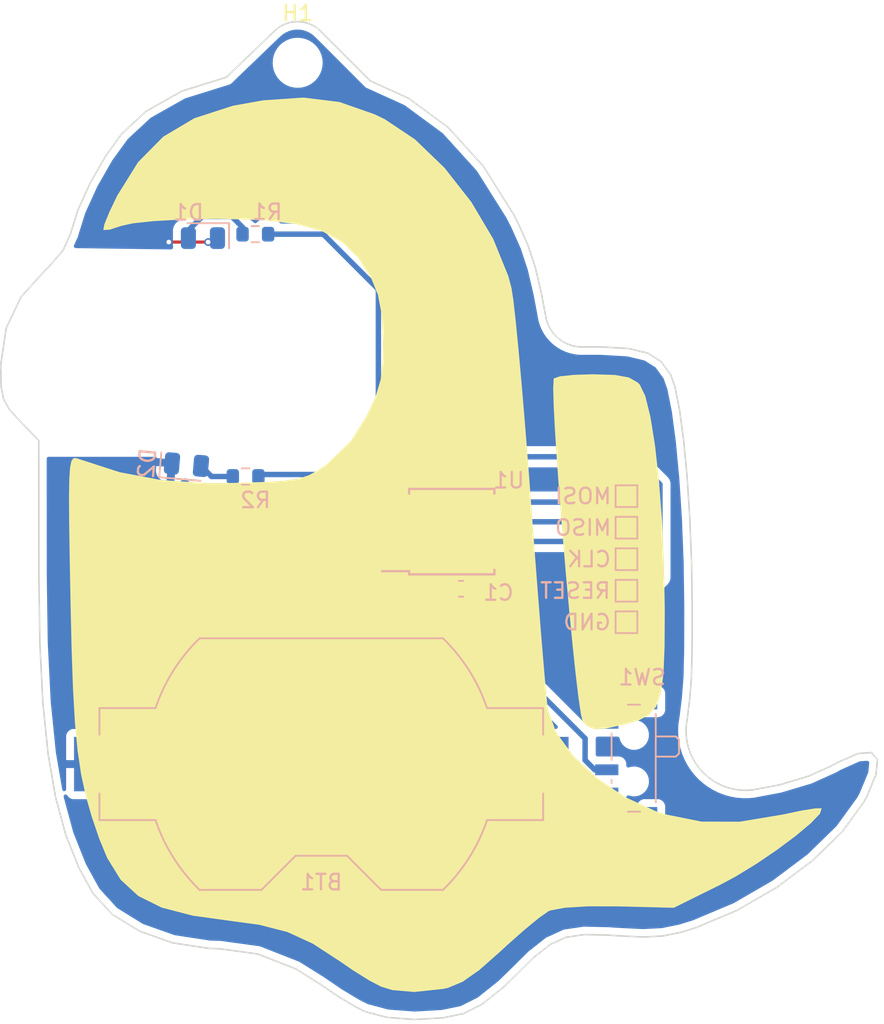
<source format=kicad_pcb>
(kicad_pcb (version 20211014) (generator pcbnew)
  (title_block (title "ghost-julialabs") (date "2022-08-24") (rev "1.0"))
  (layers (0 "F.Cu" signal) (31 "B.Cu" signal) (34 "B.Paste" user) (35 "F.Paste" user) (36 "B.SilkS" user "B.Silkscreen") (37 "F.SilkS" user "F.Silkscreen") (38 "B.Mask" user) (39 "F.Mask" user) (44 "Edge.Cuts" user))
  (net 0 "")
  (net 1 "+3V0")
  (net 2 "GND")
  (net 3 "Net-(D1-Pad2)")
  (net 4 "Net-(D2-Pad2)")
  (net 5 "LED1")
  (net 6 "LED2")
  (net 7 "CLK")
  (net 8 "MISO")
  (net 9 "MOSI")
  (net 10 "RESET")
  (net 11 "Net-(BT1-Pad1)")
  (footprint "MountingHole:MountingHole_2.2mm_M2" (layer "F.Cu") (at 141.665125 73.025)
    (fp_text reference "H1" (at 0 -3.2) (layer "F.SilkS"))
    (fp_text value "MountingHole")
    (pad "" np_thru_hole circle (at 0 0) (size 2.2 2.2) (drill 2.2) (layers *.Cu *.Mask))
  )
  (footprint "ghost:ghost" (layer "F.Cu") (at 151.952125 104.394)
    (fp_text reference "G***" hide)
    (fp_text value "LOGO" hide)
    (fp_poly (pts (xy 10.187501 -11.244295) (xy 11.076973 -11.082425) (xy 11.643106 -10.761149) (xy 11.784139 -10.620809) (xy 12.138575 -9.883982) (xy 12.469701 -8.540154) (xy 12.766621 -6.687775) (xy 13.01844 -4.425291) (xy 13.214261 -1.851149) (xy 13.343188 0.936204) (xy 13.394326 3.83832) (xy 13.394551 3.929668) (xy 13.381966 6.284213) (xy 13.309249 8.035245) (xy 13.140054 9.284404) (xy 12.838035 10.133331) (xy 12.366845 10.683668) (xy 11.690139 11.037056) (xy 10.771569 11.295135) (xy 10.759722 11.297884) (xy 9.577782 11.547446) (xy 8.86998 11.596729) (xy 8.429692 11.430846) (xy 8.10927 11.106936) (xy 7.989151 10.653875) (xy 7.831919 9.603138) (xy 7.646564 8.061097) (xy 7.442076 6.134124) (xy 7.227445 3.928591) (xy 7.011659 1.55087) (xy 6.803709 -0.892666) (xy 6.612583 -3.295647) (xy 6.447271 -5.5517) (xy 6.316763 -7.554453) (xy 6.230049 -9.197534) (xy 6.196117 -10.374571) (xy 6.223957 -10.979193) (xy 6.238959 -11.024305) (xy 6.642618 -11.157355) (xy 7.554661 -11.25237) (xy 8.778137 -11.288887) (xy 8.785588 -11.288888)) (layer "F.SilkS") (width 0) (fill solid))
    (fp_poly (pts (xy -7.595253 -28.842968) (xy -5.335561 -28.0549) (xy -4.666714 -27.732789) (xy -2.709011 -26.425622) (xy -0.804322 -24.588561) (xy 0.918621 -22.393191) (xy 2.331087 -20.011099) (xy 3.304348 -17.613871) (xy 3.510738 -16.832979) (xy 3.624242 -16.091211) (xy 3.777079 -14.741207) (xy 3.96053 -12.878648) (xy 4.165875 -10.599214) (xy 4.384396 -7.998588) (xy 4.607374 -5.172451) (xy 4.762693 -3.094055) (xy 4.978483 -0.182503) (xy 5.187769 2.557151) (xy 5.382981 5.031991) (xy 5.556545 7.149101) (xy 5.700891 8.815564) (xy 5.808445 9.938466) (xy 5.859087 10.359718) (xy 6.400904 11.818767) (xy 7.499691 13.317852) (xy 9.024494 14.74026) (xy 10.84436 15.96928) (xy 12.828336 16.888199) (xy 13.391297 17.072807) (xy 15.760276 17.548899) (xy 18.224454 17.556011) (xy 20.999933 17.094699) (xy 21.009859 17.092399) (xy 22.207425 16.839335) (xy 23.104852 16.695975) (xy 23.512492 16.692436) (xy 23.514941 16.694571) (xy 23.408387 17.037637) (xy 22.816942 17.655919) (xy 21.859525 18.459641) (xy 20.655057 19.359028) (xy 19.322459 20.264303) (xy 17.980651 21.085692) (xy 17.001519 21.61169) (xy 13.980025 23.106945) (xy 10.321537 23.016969) (xy 8.411671 23.01485) (xy 6.935986 23.105464) (xy 6.014004 23.280277) (xy 5.889163 23.333411) (xy 5.287613 23.753613) (xy 4.346817 24.526041) (xy 3.233622 25.511312) (xy 2.785137 25.926573) (xy 1.421994 27.129344) (xy 0.350339 27.877212) (xy -0.578254 28.266893) (xy -0.91903 28.340277) (xy -2.764054 28.535301) (xy -4.187067 28.41244) (xy -4.913031 28.18817) (xy -5.664181 27.796962) (xy -6.712742 27.142772) (xy -7.532505 26.579194) (xy -9.305037 25.424624) (xy -10.945387 24.671089) (xy -12.751869 24.206777) (xy -14.490841 23.971125) (xy -17.070821 23.613443) (xy -19.060427 23.094266) (xy -20.568528 22.346263) (xy -21.703991 21.302102) (xy -22.575687 19.894454) (xy -23.088233 18.653985) (xy -23.572544 17.232096) (xy -23.957893 15.885569) (xy -24.257726 14.502436) (xy -24.485491 12.97073) (xy -24.654638 11.178481) (xy -24.778613 9.013723) (xy -24.870865 6.364487) (xy -24.943058 3.210609) (xy -24.995741 0.410846) (xy -25.028715 -1.760338) (xy -25.037957 -3.379745) (xy -25.019445 -4.524177) (xy -24.969156 -5.270435) (xy -24.883069 -5.695323) (xy -24.757159 -5.875641) (xy -24.587406 -5.888193) (xy -24.468541 -5.849355) (xy -21.778559 -4.97753) (xy -19.059361 -4.464153) (xy -16.063978 -4.271388) (xy -14.268283 -4.286609) (xy -12.435814 -4.346989) (xy -11.148459 -4.427216) (xy -10.245895 -4.560012) (xy -9.567796 -4.7781) (xy -8.95384 -5.114204) (xy -8.412961 -5.481722) (xy -6.839028 -7.010762) (xy -5.8299 -8.622703) (xy -5.251355 -9.867361) (xy -4.93167 -10.952842) (xy -4.801307 -12.195379) (xy -4.785671 -13.371536) (xy -4.865355 -15.124209) (xy -5.113336 -16.429245) (xy -5.537241 -17.4625) (xy -6.381878 -18.790631) (xy -7.41081 -19.795188) (xy -8.722305 -20.512708) (xy -10.414632 -20.979728) (xy -12.58606 -21.232786) (xy -15.334857 -21.308419) (xy -15.875 -21.306196) (xy -17.858473 -21.260052) (xy -19.584109 -21.161334) (xy -20.902065 -21.021727) (xy -21.656565 -20.855353) (xy -22.409445 -20.609719) (xy -22.821495 -20.587812) (xy -22.826192 -20.591932) (xy -22.755939 -20.957265) (xy -22.42591 -21.767211) (xy -21.92726 -22.806663) (xy -20.582279 -24.9648) (xy -18.95989 -26.604923) (xy -16.958158 -27.793699) (xy -14.475149 -28.597796) (xy -12.536758 -28.948273) (xy -9.91116 -29.12771)) (layer "F.SilkS") (width 0) (fill solid))
    (fp_line (start 13.774741 -11.25823) (end 13.157416 -12.104945) (layer "Edge.Cuts") (width 0.1))
    (fp_line (start -28.12698 -16.279108) (end -29.081388 -14.283903) (layer "Edge.Cuts") (width 0.1))
    (fp_line (start -23.498104 22.164201) (end -22.258888 23.520208) (layer "Edge.Cuts") (width 0.1))
    (fp_line (start -29.254125 -9.668188) (end -28.858604 -8.994257) (layer "Edge.Cuts") (width 0.1))
    (fp_line (start -28.222223 -8.290846) (end -26.9875 -7.015717) (layer "Edge.Cuts") (width 0.1))
    (fp_line (start 5.431738 -16.520434) (end 5.041035 -18.184044) (layer "Edge.Cuts") (width 0.1))
    (fp_line (start 14.348686 -8.987648) (end 14.054332 -10.458197) (layer "Edge.Cuts") (width 0.1))
    (fp_line (start 4.574807 -19.588528) (end 3.966066 -20.955887) (layer "Edge.Cuts") (width 0.1))
    (fp_line (start -25.414613 -19.28756) (end -26.351362 -18.198068) (layer "Edge.Cuts") (width 0.1))
    (fp_line (start 6.003298 25.471907) (end 7.027455 25.005805) (layer "Edge.Cuts") (width 0.1))
    (fp_line (start -26.725093 9.851945) (end -26.390165 13.157055) (layer "Edge.Cuts") (width 0.1))
    (fp_line (start 3.617466 27.613166) (end 4.934764 26.313471) (layer "Edge.Cuts") (width 0.1))
    (fp_line (start 5.7 -15.1) (end 5.431738 -16.520434) (layer "Edge.Cuts") (width 0.1))
    (fp_line (start 22.943654 20.048714) (end 24.862385 18.175431) (layer "Edge.Cuts") (width 0.1))
    (fp_line (start -26.98199 1.519225) (end -26.918264 5.996988) (layer "Edge.Cuts") (width 0.1))
    (fp_line (start 18.07302 23.263315) (end 20.633282 21.780866) (layer "Edge.Cuts") (width 0.1))
    (fp_line (start 15.112782 8.263742) (end 15.157013 6.33626) (layer "Edge.Cuts") (width 0.1))
    (fp_line (start -25.901168 15.985278) (end -25.24579 18.409573) (layer "Edge.Cuts") (width 0.1))
    (fp_line (start -26.918264 5.996988) (end -26.725093 9.851945) (layer "Edge.Cuts") (width 0.1))
    (fp_line (start -23.661645 -23.631784) (end -24.463003 -21.875582) (layer "Edge.Cuts") (width 0.1))
    (fp_line (start 3.966066 -20.955887) (end 3.629532 -21.614922) (layer "Edge.Cuts") (width 0.1))
    (fp_line (start 13.157416 -12.104945) (end 12.296749 -12.650849) (layer "Edge.Cuts") (width 0.1))
    (fp_line (start 26.717762 13.09919) (end 25.843717 13.163242) (layer "Edge.Cuts") (width 0.1))
    (fp_line (start -15.313707 25.748591) (end -12.854117 26.086963) (layer "Edge.Cuts") (width 0.1))
    (fp_line (start -26.390165 13.157055) (end -25.901168 15.985278) (layer "Edge.Cuts") (width 0.1))
    (fp_line (start -21.632788 -26.78915) (end -22.671787 -25.360328) (layer "Edge.Cuts") (width 0.1))
    (fp_line (start 25.843717 13.163242) (end 24.507767 13.75737) (layer "Edge.Cuts") (width 0.1))
    (fp_line (start -8.871293 28.007774) (end -7.704426 28.803625) (layer "Edge.Cuts") (width 0.1))
    (fp_line (start -4.532267 30.171456) (end -2.752576 30.30871) (layer "Edge.Cuts") (width 0.1))
    (fp_line (start -17.750431 -29.546293) (end -20.072235 -28.237491) (layer "Edge.Cuts") (width 0.1))
    (fp_line (start -24.411719 20.502898) (end -23.498104 22.164201) (layer "Edge.Cuts") (width 0.1))
    (fp_line (start 14.997331 9.691684) (end 15.112782 8.263742) (layer "Edge.Cuts") (width 0.1))
    (fp_line (start 7.027455 25.005805) (end 8.211625 24.832501) (layer "Edge.Cuts") (width 0.1))
    (fp_line (start -15.990614 25.728186) (end -15.313707 25.748591) (layer "Edge.Cuts") (width 0.1))
    (fp_line (start -29.434326 -11.957739) (end -29.43798 -11.750349) (layer "Edge.Cuts") (width 0.1))
    (fp_line (start 26.247721 16.269588) (end 26.419734 15.950661) (layer "Edge.Cuts") (width 0.1))
    (fp_line (start 15.157013 6.33626) (end 15.162651 3.807897) (layer "Edge.Cuts") (width 0.1))
    (fp_line (start 24.216217 13.923521) (end 22.691318 14.612437) (layer "Edge.Cuts") (width 0.1))
    (fp_line (start 15.162651 3.807897) (end 15.162557 3.713866) (layer "Edge.Cuts") (width 0.1))
    (fp_line (start -28.858604 -8.994257) (end -28.222223 -8.290846) (layer "Edge.Cuts") (width 0.1))
    (fp_line (start 27.115029 13.55153) (end 26.717762 13.09919) (layer "Edge.Cuts") (width 0.1))
    (fp_line (start -2.752576 30.30871) (end -0.916261 30.200808) (layer "Edge.Cuts") (width 0.1))
    (fp_line (start -10.414145 27.043903) (end -8.871293 28.007774) (layer "Edge.Cuts") (width 0.1))
    (fp_line (start 10.306963 24.907532) (end 11.988078 24.991188) (layer "Edge.Cuts") (width 0.1))
    (fp_line (start 14.054332 -10.458197) (end 13.774741 -11.25823) (layer "Edge.Cuts") (width 0.1))
    (fp_line (start -18.354207 25.368303) (end -15.990614 25.728186) (layer "Edge.Cuts") (width 0.1))
    (fp_line (start -24.936504 -20.363788) (end -24.944397 -20.323971) (layer "Edge.Cuts") (width 0.1))
    (fp_line (start -26.525457 -18.041956) (end -28.12698 -16.279108) (layer "Edge.Cuts") (width 0.1))
    (fp_line (start 0.401537 29.929823) (end 1.611872 29.320807) (layer "Edge.Cuts") (width 0.1))
    (fp_line (start 20.633282 21.780866) (end 22.943654 20.048714) (layer "Edge.Cuts") (width 0.1))
    (fp_line (start 3.629532 -21.614922) (end 1.681013 -24.710627) (layer "Edge.Cuts") (width 0.1))
    (fp_line (start 20.78348 15.18435) (end 19.1 15.499999) (layer "Edge.Cuts") (width 0.1))
    (fp_line (start 24.507767 13.75737) (end 24.216217 13.923521) (layer "Edge.Cuts") (width 0.1))
    (fp_line (start 27.020643 14.506581) (end 27.115029 13.55153) (layer "Edge.Cuts") (width 0.1))
    (fp_line (start 15.008715 -2.003598) (end 14.83591 -4.652125) (layer "Edge.Cuts") (width 0.1))
    (fp_line (start -22.258888 23.520208) (end -20.493944 24.610276) (layer "Edge.Cuts") (width 0.1))
    (fp_line (start 14.83708 10.971693) (end 14.997331 9.691684) (layer "Edge.Cuts") (width 0.1))
    (fp_line (start 5.041035 -18.184044) (end 4.574807 -19.588528) (layer "Edge.Cuts") (width 0.1))
    (fp_line (start 4.934764 26.313471) (end 6.003298 25.471907) (layer "Edge.Cuts") (width 0.1))
    (fp_line (start 3.010859 28.205605) (end 3.617466 27.613166) (layer "Edge.Cuts") (width 0.1))
    (fp_line (start 14.83591 -4.652125) (end 14.612556 -7.016216) (layer "Edge.Cuts") (width 0.1))
    (fp_line (start -14.883015 -30.439293) (end -11.8 -33.4) (layer "Edge.Cuts") (width 0.1))
    (fp_line (start -0.916261 30.200808) (end 0.401537 29.929823) (layer "Edge.Cuts") (width 0.1))
    (fp_line (start 15.120942 0.82114) (end 15.008715 -2.003598) (layer "Edge.Cuts") (width 0.1))
    (fp_line (start -6.555011 29.491311) (end -5.950532 29.795493) (layer "Edge.Cuts") (width 0.1))
    (fp_line (start 11.050574 -12.948639) (end 9.276722 -13.051011) (layer "Edge.Cuts") (width 0.1))
    (fp_line (start 9.760194 24.869325) (end 10.306963 24.907532) (layer "Edge.Cuts") (width 0.1))
    (fp_line (start -29.43798 -11.750349) (end -29.414947 -10.494964) (layer "Edge.Cuts") (width 0.1))
    (fp_line (start 15.404621 24.387487) (end 18.07302 23.263315) (layer "Edge.Cuts") (width 0.1))
    (fp_line (start 14.475305 24.678095) (end 15.404621 24.387487) (layer "Edge.Cuts") (width 0.1))
    (fp_line (start -25.24579 18.409573) (end -24.411719 20.502898) (layer "Edge.Cuts") (width 0.1))
    (fp_line (start -5.6 -30.200001) (end -8.8 -33.4) (layer "Edge.Cuts") (width 0.1))
    (fp_line (start 22.691318 14.612437) (end 20.78348 15.18435) (layer "Edge.Cuts") (width 0.1))
    (fp_line (start -3.13581 -29.083212) (end -5.6 -30.200001) (layer "Edge.Cuts") (width 0.1))
    (fp_line (start 26.419734 15.950661) (end 27.020643 14.506581) (layer "Edge.Cuts") (width 0.1))
    (fp_line (start 9.276722 -13.051011) (end 8.166661 -13.052777) (layer "Edge.Cuts") (width 0.1))
    (fp_line (start 1.611872 29.320807) (end 3.010859 28.205605) (layer "Edge.Cuts") (width 0.1))
    (fp_line (start 8.211625 24.832501) (end 9.760194 24.869325) (layer "Edge.Cuts") (width 0.1))
    (fp_line (start 14.612556 -7.016216) (end 14.348686 -8.987648) (layer "Edge.Cuts") (width 0.1))
    (fp_line (start 24.862385 18.175431) (end 26.247721 16.269588) (layer "Edge.Cuts") (width 0.1))
    (fp_line (start -22.671787 -25.360328) (end -23.661645 -23.631784) (layer "Edge.Cuts") (width 0.1))
    (fp_line (start -24.944397 -20.323971) (end -25.414613 -19.28756) (layer "Edge.Cuts") (width 0.1))
    (fp_line (start -26.9875 -7.015717) (end -26.98199 1.519225) (layer "Edge.Cuts") (width 0.1))
    (fp_line (start 15.162557 3.713866) (end 15.120942 0.82114) (layer "Edge.Cuts") (width 0.1))
    (fp_line (start -20.072235 -28.237491) (end -21.632788 -26.78915) (layer "Edge.Cuts") (width 0.1))
    (fp_line (start -29.081388 -14.283903) (end -29.434326 -11.957739) (layer "Edge.Cuts") (width 0.1))
    (fp_line (start -14.883015 -30.439293) (end -17.750431 -29.546293) (layer "Edge.Cuts") (width 0.1))
    (fp_line (start 13.276578 24.925007) (end 14.475305 24.678095) (layer "Edge.Cuts") (width 0.1))
    (fp_line (start 12.296749 -12.650849) (end 11.050574 -12.948639) (layer "Edge.Cuts") (width 0.1))
    (fp_line (start -29.414947 -10.494964) (end -29.254125 -9.668188) (layer "Edge.Cuts") (width 0.1))
    (fp_line (start -20.493944 24.610276) (end -18.354207 25.368303) (layer "Edge.Cuts") (width 0.1))
    (fp_line (start 11.988078 24.991188) (end 13.276578 24.925007) (layer "Edge.Cuts") (width 0.1))
    (fp_line (start -5.950532 29.795493) (end -4.532267 30.171456) (layer "Edge.Cuts") (width 0.1))
    (fp_line (start -0.58316 -27.205648) (end -3.13581 -29.083212) (layer "Edge.Cuts") (width 0.1))
    (fp_line (start -24.463003 -21.875582) (end -24.936504 -20.363788) (layer "Edge.Cuts") (width 0.1))
    (fp_line (start 1.681013 -24.710627) (end -0.58316 -27.205648) (layer "Edge.Cuts") (width 0.1))
    (fp_line (start -12.854117 26.086963) (end -10.414145 27.043903) (layer "Edge.Cuts") (width 0.1))
    (fp_line (start -26.351362 -18.198068) (end -26.525457 -18.041956) (layer "Edge.Cuts") (width 0.1))
    (fp_line (start -7.704426 28.803625) (end -6.555011 29.491311) (layer "Edge.Cuts") (width 0.1))
    (fp_arc (start -11.8 -33.4) (mid -10.3 -34.02132) (end -8.8 -33.4) (layer "Edge.Cuts") (width 0.1))
    (fp_arc (start 19.1 15.499999) (mid 15.80992 14.326569) (end 14.83708 10.971693) (layer "Edge.Cuts") (width 0.1))
    (fp_arc (start 8.166661 -13.052777) (mid 6.536818 -13.598638) (end 5.7 -15.1) (layer "Edge.Cuts") (width 0.1))
  )
  (footprint "LED_SMD:LED_0805_2012Metric" (layer "B.Cu") (at 135.553625 84.328 180)
    (fp_text reference "D1" (at 0.933625 1.651) (layer "B.SilkS") (effects (justify mirror)))
    (fp_text value "LED")
    (fp_line (start 1 0.96) (end -1.685 0.96) (layer "B.SilkS") (width 0.12))
    (fp_line (start -1.685 0.96) (end -1.685 -0.65) (layer "B.SilkS") (width 0.12))
    (pad "1" smd roundrect (at -0.9375 0 180) (size 0.975 1.4) (layers "B.Cu" "B.Paste" "B.Mask") (net 2 "GND"))
    (pad "2" smd roundrect (at 0.9375 0 180) (size 0.975 1.4) (layers "B.Cu" "B.Paste" "B.Mask") (net 3 "Net-(D1-Pad2)"))
  )
  (footprint "TestPoint:TestPoint_Pad_1.0x1.0mm" (layer "B.Cu") (at 162.874125 107.061 180)
    (fp_text reference "TP4" hide)
    (fp_text value "RESET" (at 3.302 0) (layer "B.SilkS") (effects (justify mirror)))
    (fp_line (start -0.7 0.7) (end 0.7 0.7) (layer "B.SilkS") (width 0.12))
    (fp_line (start 0.7 -0.7) (end -0.7 -0.7) (layer "B.SilkS") (width 0.12))
    (fp_line (start 0.7 0.7) (end 0.7 -0.7) (layer "B.SilkS") (width 0.12))
    (fp_line (start -0.7 -0.7) (end -0.7 0.7) (layer "B.SilkS") (width 0.12))
    (pad "1" smd rect (at 0 0 180) (size 1 1) (layers "B.Cu" "B.Mask") (net 10 "RESET"))
  )
  (footprint "TestPoint:TestPoint_Pad_1.0x1.0mm" (layer "B.Cu") (at 162.874125 102.997 180)
    (fp_text reference "TP2" hide)
    (fp_text value "MISO" (at 2.794 0) (layer "B.SilkS") (effects (justify mirror)))
    (fp_line (start 0.7 0.7) (end 0.7 -0.7) (layer "B.SilkS") (width 0.12))
    (fp_line (start -0.7 -0.7) (end -0.7 0.7) (layer "B.SilkS") (width 0.12))
    (fp_line (start -0.7 0.7) (end 0.7 0.7) (layer "B.SilkS") (width 0.12))
    (fp_line (start 0.7 -0.7) (end -0.7 -0.7) (layer "B.SilkS") (width 0.12))
    (pad "1" smd rect (at 0 0 180) (size 1 1) (layers "B.Cu" "B.Mask") (net 8 "MISO"))
  )
  (footprint "Capacitor_SMD:C_0603_1608Metric" (layer "B.Cu") (at 152.206125 106.934 180)
    (fp_text reference "C1" (at -2.413 -0.254 180) (layer "B.SilkS") (effects (justify mirror)))
    (fp_text value "100n")
    (fp_line (start -0.14058 -0.51) (end 0.14058 -0.51) (layer "B.SilkS") (width 0.12))
    (fp_line (start -0.14058 0.51) (end 0.14058 0.51) (layer "B.SilkS") (width 0.12))
    (pad "1" smd roundrect (at -0.775 0 180) (size 0.9 0.95) (layers "B.Cu" "B.Paste" "B.Mask") (net 1 "+3V0"))
    (pad "2" smd roundrect (at 0.775 0 180) (size 0.9 0.95) (layers "B.Cu" "B.Paste" "B.Mask") (net 2 "GND"))
  )
  (footprint "LED_SMD:LED_0805_2012Metric" (layer "B.Cu") (at 134.493 98.933 -5)
    (fp_text reference "D2" (at -2.539361 0.139198 85) (layer "B.SilkS") (effects (justify mirror)))
    (fp_text value "LED")
    (fp_line (start 1 0.96) (end -1.685 0.96) (layer "B.SilkS") (width 0.12))
    (fp_line (start -1.685 0.96) (end -1.685 -0.65) (layer "B.SilkS") (width 0.12))
    (pad "1" smd roundrect (at -0.9375 0 355) (size 0.975 1.4) (layers "B.Cu" "B.Paste" "B.Mask") (net 2 "GND"))
    (pad "2" smd roundrect (at 0.9375 0 355) (size 0.975 1.4) (layers "B.Cu" "B.Paste" "B.Mask") (net 4 "Net-(D2-Pad2)"))
  )
  (footprint "TestPoint:TestPoint_Pad_1.0x1.0mm" (layer "B.Cu") (at 162.874125 100.965 180)
    (fp_text reference "TP3" hide)
    (fp_text value "MOSI" (at 2.794 0) (layer "B.SilkS") (effects (justify mirror)))
    (fp_line (start 0.7 0.7) (end 0.7 -0.7) (layer "B.SilkS") (width 0.12))
    (fp_line (start -0.7 -0.7) (end -0.7 0.7) (layer "B.SilkS") (width 0.12))
    (fp_line (start 0.7 -0.7) (end -0.7 -0.7) (layer "B.SilkS") (width 0.12))
    (fp_line (start -0.7 0.7) (end 0.7 0.7) (layer "B.SilkS") (width 0.12))
    (pad "1" smd rect (at 0 0 180) (size 1 1) (layers "B.Cu" "B.Mask") (net 9 "MOSI"))
  )
  (footprint "Package_SO:SOIC-8W_5.3x5.3mm_P1.27mm" (layer "B.Cu") (at 151.604125 103.251)
    (fp_text reference "U1" (at 3.683 -3.302) (layer "B.SilkS") (effects (justify mirror)))
    (fp_text value "ATtiny85-20S")
    (fp_line (start -2.75 2.755) (end -2.75 2.55) (layer "B.SilkS") (width 0.15))
    (fp_line (start -2.75 -2.755) (end 2.75 -2.755) (layer "B.SilkS") (width 0.15))
    (fp_line (start 2.75 -2.755) (end 2.75 -2.455) (layer "B.SilkS") (width 0.15))
    (fp_line (start -2.75 2.55) (end -4.5 2.55) (layer "B.SilkS") (width 0.15))
    (fp_line (start 2.75 2.755) (end 2.75 2.455) (layer "B.SilkS") (width 0.15))
    (fp_line (start -2.75 -2.755) (end -2.75 -2.455) (layer "B.SilkS") (width 0.15))
    (fp_line (start -2.75 2.755) (end 2.75 2.755) (layer "B.SilkS") (width 0.15))
    (pad "1" smd rect (at -3.65 1.905) (size 1.7 0.65) (layers "B.Cu" "B.Paste" "B.Mask") (net 10 "RESET"))
    (pad "2" smd rect (at -3.65 0.635) (size 1.7 0.65) (layers "B.Cu" "B.Paste" "B.Mask") (net 6 "LED2"))
    (pad "3" smd rect (at -3.65 -0.635) (size 1.7 0.65) (layers "B.Cu" "B.Paste" "B.Mask") (net 5 "LED1"))
    (pad "4" smd rect (at -3.65 -1.905) (size 1.7 0.65) (layers "B.Cu" "B.Paste" "B.Mask") (net 2 "GND"))
    (pad "5" smd rect (at 3.65 -1.905) (size 1.7 0.65) (layers "B.Cu" "B.Paste" "B.Mask") (net 9 "MOSI"))
    (pad "6" smd rect (at 3.65 -0.635) (size 1.7 0.65) (layers "B.Cu" "B.Paste" "B.Mask") (net 8 "MISO"))
    (pad "7" smd rect (at 3.65 0.635) (size 1.7 0.65) (layers "B.Cu" "B.Paste" "B.Mask") (net 7 "CLK"))
    (pad "8" smd rect (at 3.65 1.905) (size 1.7 0.65) (layers "B.Cu" "B.Paste" "B.Mask") (net 1 "+3V0"))
  )
  (footprint "Battery:BatteryHolder_Keystone_1058_1x2032" (layer "B.Cu") (at 143.189125 118.237 180)
    (fp_text reference "BT1" (at 0 -7.62) (layer "B.SilkS") (effects (justify mirror)))
    (fp_text value "CR2032")
    (fp_line (start 10.692 3.61) (end 14.31 3.61) (layer "B.SilkS") (width 0.12))
    (fp_line (start -14.31 1.9) (end -14.31 3.61) (layer "B.SilkS") (width 0.12))
    (fp_line (start 7.8473 -8.11) (end 3.86 -8.11) (layer "B.SilkS") (width 0.12))
    (fp_line (start 14.31 -1.9) (end 14.31 -3.61) (layer "B.SilkS") (width 0.12))
    (fp_line (start -10.692 -3.61) (end -14.31 -3.61) (layer "B.SilkS") (width 0.12))
    (fp_line (start 14.31 1.9) (end 14.31 3.61) (layer "B.SilkS") (width 0.12))
    (fp_line (start -14.31 3.61) (end -10.692 3.61) (layer "B.SilkS") (width 0.12))
    (fp_line (start -1.66 -5.91) (end -3.86 -8.11) (layer "B.SilkS") (width 0.12))
    (fp_line (start 1.66 -5.91) (end -1.66 -5.91) (layer "B.SilkS") (width 0.12))
    (fp_line (start 14.31 -3.61) (end 10.692 -3.61) (layer "B.SilkS") (width 0.12))
    (fp_line (start -3.86 -8.11) (end -7.8473 -8.11) (layer "B.SilkS") (width 0.12))
    (fp_line (start -14.31 -1.9) (end -14.31 -3.61) (layer "B.SilkS") (width 0.12))
    (fp_line (start -7.8473 8.11) (end 7.8473 8.11) (layer "B.SilkS") (width 0.12))
    (fp_line (start 1.66 -5.91) (end 3.86 -8.11) (layer "B.SilkS") (width 0.12))
    (fp_arc (start -10.692 -3.61) (mid -9.538085 -6.031245) (end -7.845371 -8.111789) (layer "B.SilkS") (width 0.12))
    (fp_arc (start 7.845371 -8.111789) (mid 9.538084 -6.031244) (end 10.692 -3.61) (layer "B.SilkS") (width 0.12))
    (fp_arc (start -7.845371 8.111789) (mid -9.538084 6.031244) (end -10.692 3.61) (layer "B.SilkS") (width 0.12))
    (fp_arc (start 10.692 3.61) (mid 9.538084 6.031244) (end 7.845371 8.111789) (layer "B.SilkS") (width 0.12))
    (pad "1" smd rect (at -14.68 0 180) (size 2.54 3.51) (layers "B.Cu" "B.Paste" "B.Mask") (net 11 "Net-(BT1-Pad1)"))
    (pad "2" smd rect (at 14.68 0 180) (size 2.54 3.51) (layers "B.Cu" "B.Paste" "B.Mask") (net 2 "GND"))
  )
  (footprint "Resistor_SMD:R_0603_1608Metric" (layer "B.Cu") (at 138.306875 99.695 180)
    (fp_text reference "R2" (at -0.635 -1.524) (layer "B.SilkS") (effects (justify mirror)))
    (fp_text value "2k2")
    (fp_line (start -0.237258 -0.5225) (end 0.237258 -0.5225) (layer "B.SilkS") (width 0.12))
    (fp_line (start -0.237258 0.5225) (end 0.237258 0.5225) (layer "B.SilkS") (width 0.12))
    (pad "1" smd roundrect (at -0.825 0 180) (size 0.8 0.95) (layers "B.Cu" "B.Paste" "B.Mask") (net 6 "LED2"))
    (pad "2" smd roundrect (at 0.825 0 180) (size 0.8 0.95) (layers "B.Cu" "B.Paste" "B.Mask") (net 4 "Net-(D2-Pad2)"))
  )
  (footprint "TestPoint:TestPoint_Pad_1.0x1.0mm" (layer "B.Cu") (at 162.874125 109.093 180)
    (fp_text reference "TP5" hide)
    (fp_text value "GND" (at 2.54 0) (layer "B.SilkS") (effects (justify mirror)))
    (fp_line (start 0.7 0.7) (end 0.7 -0.7) (layer "B.SilkS") (width 0.12))
    (fp_line (start -0.7 -0.7) (end -0.7 0.7) (layer "B.SilkS") (width 0.12))
    (fp_line (start -0.7 0.7) (end 0.7 0.7) (layer "B.SilkS") (width 0.12))
    (fp_line (start 0.7 -0.7) (end -0.7 -0.7) (layer "B.SilkS") (width 0.12))
    (pad "1" smd rect (at 0 0 180) (size 1 1) (layers "B.Cu" "B.Mask") (net 2 "GND"))
  )
  (footprint "TestPoint:TestPoint_Pad_1.0x1.0mm" (layer "B.Cu") (at 162.874125 105.029 180)
    (fp_text reference "TP1" hide)
    (fp_text value "CLK" (at 2.413 0) (layer "B.SilkS") (effects (justify mirror)))
    (fp_line (start 0.7 0.7) (end 0.7 -0.7) (layer "B.SilkS") (width 0.12))
    (fp_line (start 0.7 -0.7) (end -0.7 -0.7) (layer "B.SilkS") (width 0.12))
    (fp_line (start -0.7 0.7) (end 0.7 0.7) (layer "B.SilkS") (width 0.12))
    (fp_line (start -0.7 -0.7) (end -0.7 0.7) (layer "B.SilkS") (width 0.12))
    (pad "1" smd rect (at 0 0 180) (size 1 1) (layers "B.Cu" "B.Mask") (net 7 "CLK"))
  )
  (footprint "Button_Switch_SMD:SW_SPDT_PCM12" (layer "B.Cu") (at 163.034125 117.856 -90)
    (fp_text reference "SW1" (at -5.207 -0.856 180) (layer "B.SilkS") (effects (justify mirror)))
    (fp_text value "SW_SPDT")
    (fp_line (start -0.1 -3.02) (end -0.3 -3.23) (layer "B.SilkS") (width 0.12))
    (fp_line (start -0.1 -3.02) (end -0.1 -1.73) (layer "B.SilkS") (width 0.12))
    (fp_line (start -2.85 -1.73) (end 2.85 -1.73) (layer "B.SilkS") (width 0.12))
    (fp_line (start 1.4 1.12) (end 1.6 1.12) (layer "B.SilkS") (width 0.12))
    (fp_line (start 3.45 -0.72) (end 3.45 0.07) (layer "B.SilkS") (width 0.12))
    (fp_line (start -1.6 1.12) (end 0.1 1.12) (layer "B.SilkS") (width 0.12))
    (fp_line (start -3.45 0.07) (end -3.45 -0.72) (layer "B.SilkS") (width 0.12))
    (fp_line (start -1.4 -3.02) (end -1.2 -3.23) (layer "B.SilkS") (width 0.12))
    (fp_line (start -1.4 -1.73) (end -1.4 -3.02) (layer "B.SilkS") (width 0.12))
    (fp_line (start -1.2 -3.23) (end -0.3 -3.23) (layer "B.SilkS") (width 0.12))
    (pad "" smd rect (at -3.65 -1.43 270) (size 1 0.8) (layers "B.Cu" "B.Paste" "B.Mask"))
    (pad "" smd rect (at 3.65 -1.43 270) (size 1 0.8) (layers "B.Cu" "B.Paste" "B.Mask"))
    (pad "" smd rect (at 3.65 0.78 270) (size 1 0.8) (layers "B.Cu" "B.Paste" "B.Mask"))
    (pad "" np_thru_hole circle (at -1.5 -0.33 270) (size 0.9 0.9) (drill 0.9) (layers *.Cu *.Mask))
    (pad "" smd rect (at -3.65 0.78 270) (size 1 0.8) (layers "B.Cu" "B.Paste" "B.Mask"))
    (pad "" np_thru_hole circle (at 1.5 -0.33 270) (size 0.9 0.9) (drill 0.9) (layers *.Cu *.Mask))
    (pad "1" smd rect (at -2.25 1.43 270) (size 0.7 1.5) (layers "B.Cu" "B.Paste" "B.Mask"))
    (pad "2" smd rect (at 0.75 1.43 270) (size 0.7 1.5) (layers "B.Cu" "B.Paste" "B.Mask") (net 1 "+3V0"))
    (pad "3" smd rect (at 2.25 1.43 270) (size 0.7 1.5) (layers "B.Cu" "B.Paste" "B.Mask") (net 11 "Net-(BT1-Pad1)"))
  )
  (footprint "Resistor_SMD:R_0603_1608Metric" (layer "B.Cu") (at 138.934125 84.074 180)
    (fp_text reference "R1" (at -0.762 1.43) (layer "B.SilkS") (effects (justify mirror)))
    (fp_text value "2k2")
    (fp_line (start -0.237258 -0.5225) (end 0.237258 -0.5225) (layer "B.SilkS") (width 0.12))
    (fp_line (start -0.237258 0.5225) (end 0.237258 0.5225) (layer "B.SilkS") (width 0.12))
    (pad "1" smd roundrect (at -0.825 0 180) (size 0.8 0.95) (layers "B.Cu" "B.Paste" "B.Mask") (net 5 "LED1"))
    (pad "2" smd roundrect (at 0.825 0 180) (size 0.8 0.95) (layers "B.Cu" "B.Paste" "B.Mask") (net 3 "Net-(D1-Pad2)"))
  )
  (segment (start 155.254125 105.156) (end 153.984125 105.156) (width 0.35) (layer "B.Cu") (net 1))
  (segment (start 152.981125 106.159) (end 152.981125 106.934) (width 0.35) (layer "B.Cu") (net 1))
  (segment (start 161.604125 118.606) (end 160.830125 118.606) (width 0.35) (layer "B.Cu") (net 1))
  (segment (start 160.830125 118.606) (end 160.207125 117.983) (width 0.35) (layer "B.Cu") (net 1))
  (segment (start 152.981125 109.36) (end 152.981125 106.934) (width 0.35) (layer "B.Cu") (net 1))
  (segment (start 153.984125 105.156) (end 152.981125 106.159) (width 0.35) (layer "B.Cu") (net 1))
  (segment (start 160.207125 117.983) (end 160.207125 116.586) (width 0.35) (layer "B.Cu") (net 1))
  (segment (start 160.207125 116.586) (end 152.981125 109.36) (width 0.35) (layer "B.Cu") (net 1))
  (segment (start 135.89 84.582) (end 133.35 84.582) (width 0.2) (layer "F.Cu") (net 2))
  (via (at 135.89 84.582) (size 0.5) (drill 0.3) (layers "F.Cu" "B.Cu") (net 2))
  (via (at 133.35 84.582) (size 0.5) (drill 0.3) (layers "F.Cu" "B.Cu") (net 2))
  (segment (start 138.109125 83.626125) (end 137.414 82.931) (width 0.35) (layer "B.Cu") (net 3))
  (segment (start 138.109125 84.074) (end 138.109125 83.626125) (width 0.35) (layer "B.Cu") (net 3))
  (segment (start 134.616125 83.823875) (end 134.616125 84.328) (width 0.35) (layer "B.Cu") (net 3))
  (segment (start 137.414 82.931) (end 135.509 82.931) (width 0.35) (layer "B.Cu") (net 3))
  (segment (start 135.509 82.931) (end 134.616125 83.823875) (width 0.35) (layer "B.Cu") (net 3))
  (segment (start 137.481875 99.695) (end 136.107224 99.695) (width 0.35) (layer "B.Cu") (net 4))
  (segment (start 136.107224 99.695) (end 135.426933 99.014709) (width 0.35) (layer "B.Cu") (net 4))
  (segment (start 146.872125 87.63) (end 143.316125 84.074) (width 0.35) (layer "B.Cu") (net 5))
  (segment (start 146.491125 102.616) (end 145.983125 102.108) (width 0.35) (layer "B.Cu") (net 5))
  (segment (start 147.954125 102.616) (end 146.491125 102.616) (width 0.35) (layer "B.Cu") (net 5))
  (segment (start 143.316125 84.074) (end 139.759125 84.074) (width 0.35) (layer "B.Cu") (net 5))
  (segment (start 146.872125 96.012) (end 146.872125 87.63) (width 0.35) (layer "B.Cu") (net 5))
  (segment (start 145.983125 96.901) (end 146.872125 96.012) (width 0.35) (layer "B.Cu") (net 5))
  (segment (start 145.983125 102.108) (end 145.983125 96.901) (width 0.35) (layer "B.Cu") (net 5))
  (segment (start 144.205125 99.568) (end 145.433125 100.796) (width 0.35) (layer "B.Cu") (net 6))
  (segment (start 139.131875 99.695) (end 139.258875 99.568) (width 0.35) (layer "B.Cu") (net 6))
  (segment (start 145.433125 102.335818) (end 146.983307 103.886) (width 0.35) (layer "B.Cu") (net 6))
  (segment (start 145.433125 100.796) (end 145.433125 102.335818) (width 0.35) (layer "B.Cu") (net 6))
  (segment (start 139.258875 99.568) (end 144.205125 99.568) (width 0.35) (layer "B.Cu") (net 6))
  (segment (start 146.983307 103.886) (end 147.954125 103.886) (width 0.35) (layer "B.Cu") (net 6))
  (segment (start 160.842125 105.029) (end 162.874125 105.029) (width 0.35) (layer "B.Cu") (net 7))
  (segment (start 155.254125 103.886) (end 159.699125 103.886) (width 0.35) (layer "B.Cu") (net 7))
  (segment (start 159.699125 103.886) (end 160.842125 105.029) (width 0.35) (layer "B.Cu") (net 7))
  (segment (start 155.254125 102.616) (end 160.588125 102.616) (width 0.35) (layer "B.Cu") (net 8))
  (segment (start 160.588125 102.616) (end 160.969125 102.997) (width 0.35) (layer "B.Cu") (net 8))
  (segment (start 160.969125 102.997) (end 162.874125 102.997) (width 0.35) (layer "B.Cu") (net 8))
  (segment (start 155.254125 101.346) (end 160.461125 101.346) (width 0.35) (layer "B.Cu") (net 9))
  (segment (start 160.842125 100.965) (end 162.874125 100.965) (width 0.35) (layer "B.Cu") (net 9))
  (segment (start 160.461125 101.346) (end 160.842125 100.965) (width 0.35) (layer "B.Cu") (net 9))
  (segment (start 165.033125 100.203) (end 163.255125 98.425) (width 0.35) (layer "B.Cu") (net 10))
  (segment (start 162.874125 107.061) (end 164.144125 107.061) (width 0.35) (layer "B.Cu") (net 10))
  (segment (start 163.255125 98.425) (end 154.492125 98.425) (width 0.35) (layer "B.Cu") (net 10))
  (segment (start 151.571125 103.124) (end 149.539125 105.156) (width 0.35) (layer "B.Cu") (net 10))
  (segment (start 151.571125 101.346) (end 151.571125 103.124) (width 0.35) (layer "B.Cu") (net 10))
  (segment (start 165.033125 106.172) (end 165.033125 100.203) (width 0.35) (layer "B.Cu") (net 10))
  (segment (start 149.539125 105.156) (end 147.954125 105.156) (width 0.35) (layer "B.Cu") (net 10))
  (segment (start 154.492125 98.425) (end 151.571125 101.346) (width 0.35) (layer "B.Cu") (net 10))
  (segment (start 164.144125 107.061) (end 165.033125 106.172) (width 0.35) (layer "B.Cu") (net 10))
  (segment (start 161.604125 120.106) (end 159.738125 120.106) (width 0.35) (layer "B.Cu") (net 11))
  (segment (start 159.738125 120.106) (end 157.869125 118.237) (width 0.35) (layer "B.Cu") (net 11))
  (zone (net 2) (net_name "GND") (layer "B.Cu") (connect_pads (clearance 0.508)) (min_thickness 0.254) (fill yes (thermal_gap 0.508) (thermal_bridge_width 0.508))
    (polygon (pts (xy 170.113125 113.792) (xy 179.511125 113.792) (xy 179.511125 135.001) (xy 124.647125 135.001) (xy 124.901125 98.425) (xy 130.870125 98.425) (xy 145.348125 98.425) (xy 145.161 85.217) (xy 126.552125 84.963) (xy 126.552125 70.104) (xy 170.113125 70.104)))
  )
)
</source>
